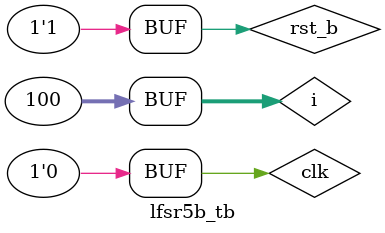
<source format=v>
module ffd(
  input d,
  input clk,
  input set,
  output reg q
);

always @(posedge clk or negedge set) begin
  if(!set)
    q <= 1;
  else
    q <= d;
end
endmodule

module lfsr5b(
  input clk,
  input rst_b,
  output [4:0]q
);

generate
  genvar i;
  for(i = 0; i < 5; i = i + 1) begin
    if(i == 2)
      ffd f1(
        .d(q[4] ^ q[i-1]),
        .clk(clk),
        .set(rst_b),
        .q(q[i])
      );
    else
      if(i == 0)
        ffd f2(
        .d(q[4]),
        .clk(clk),
        .set(rst_b),
        .q(q[i])
      );
      else
        ffd f3(
         .d(q[i-1]),
         .clk(clk),
         .set(rst_b),
         .q(q[i])
        );
  end
endgenerate

endmodule

module lfsr5b_tb;
  
  reg clk, rst_b;
  wire [4:0]q;
  
  lfsr5b CUT(
    .clk(clk),
    .rst_b(rst_b),
    .q(q)
  );
  
  initial begin
    clk = 0;
    rst_b = 0;
  end
  
  integer i;
  initial begin
    for(i = 0; i < 100; i = i + 1) begin
      #50; clk = ~clk;
    end
  end
  
  initial begin
    #25; rst_b = 1;
  end
  
endmodule
</source>
